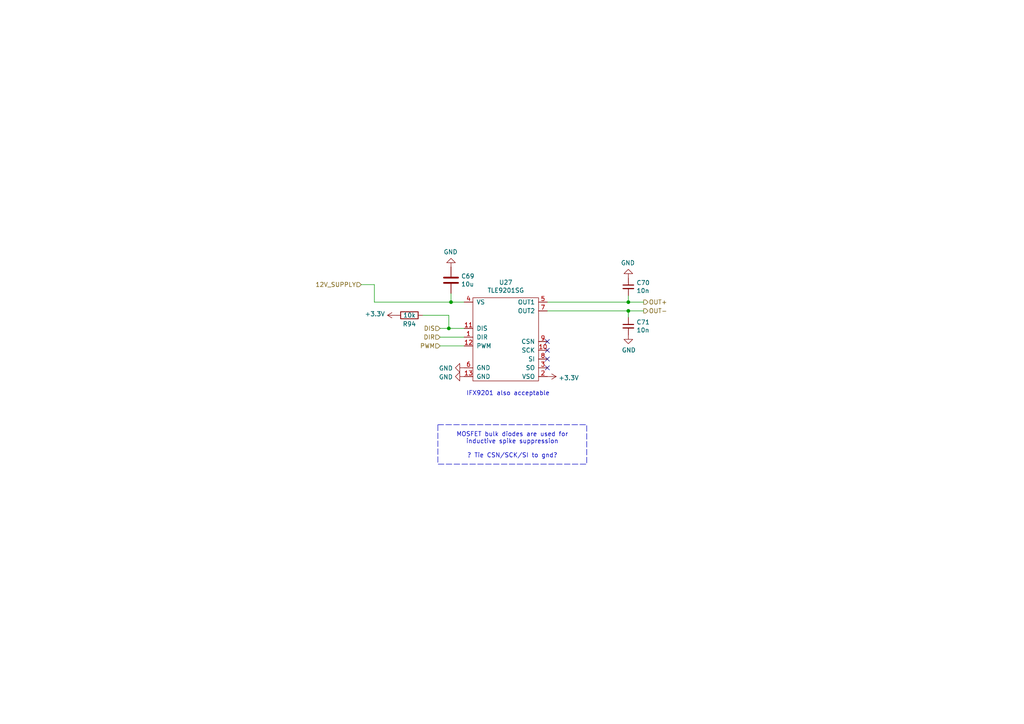
<source format=kicad_sch>
(kicad_sch (version 20250114) (generator "eeschema") (generator_version "9.0")
  (paper "A4")
  (title_block (title "rusEfi Proteus") (date "2022-04-09") (rev "v0.7") (company "rusEFI") (comment 1 "github.com/mck1117/proteus") (comment 2 "rusefi.com/s/proteus"))
  (lib_symbols
    (symbol "Device:C" (pin_numbers (hide yes)) (pin_names (offset 0.254))
      (property "Reference" "C" (at 0.635 2.54 0))
      (property "Value" "C" (at 0.635 -2.54 0))
      (symbol "C_0_1"
        (polyline (pts (xy -2.032 0.762) (xy 2.032 0.762)) (stroke (width 0.508)))
        (polyline (pts (xy -2.032 -0.762) (xy 2.032 -0.762)) (stroke (width 0.508)))
      )
      (symbol "C_1_1"
        (pin passive line (at 0 3.81 270) (length 2.794) (name "~") (number "1"))
        (pin passive line (at 0 -3.81 90) (length 2.794) (name "~") (number "2"))
      )
    )
    (symbol "Device:C_Small" (pin_numbers (hide yes)) (pin_names (offset 0.254) (hide yes))
      (property "Reference" "C" (at 0.254 1.778 0))
      (property "Value" "C_Small" (at 0.254 -2.032 0))
      (symbol "C_Small_0_1"
        (polyline (pts (xy -1.524 0.508) (xy 1.524 0.508)) (stroke (width 0.3048)))
        (polyline (pts (xy -1.524 -0.508) (xy 1.524 -0.508)) (stroke (width 0.3302)))
      )
      (symbol "C_Small_1_1"
        (pin passive line (at 0 2.54 270) (length 2.032) (name "~") (number "1"))
        (pin passive line (at 0 -2.54 90) (length 2.032) (name "~") (number "2"))
      )
    )
    (symbol "Device:R" (pin_numbers (hide yes)) (pin_names (offset 0))
      (property "Reference" "R" (at 2.032 0 90))
      (property "Value" "R" (at 0 0 90))
      (symbol "R_0_1"
        (rectangle (start -1.016 -2.54) (end 1.016 2.54) (stroke (width 0.254)))
      )
      (symbol "R_1_1"
        (pin passive line (at 0 3.81 270) (length 1.27) (name "~") (number "1"))
        (pin passive line (at 0 -3.81 90) (length 1.27) (name "~") (number "2"))
      )
    )
    (symbol "power:GND" (power) (pin_names (offset 0))
      (property "Value" "GND" (at 0 -3.81 0))
      (symbol "GND_0_1"
        (polyline (pts (xy 0 0) (xy 0 -1.27) (xy 1.27 -1.27) (xy 0 -2.54) (xy -1.27 -1.27) (xy 0 -1.27)))
      )
      (symbol "GND_1_1"
        (pin power_in line (at 0 0 270) (length 0) (hide yes) (name "GND") (number "1"))
      )
    )
    (symbol "proteus-rescue:+3.3V-power" (power) (pin_names (offset 0))
      (property "Value" "+3.3V-power" (at 0 3.556 0))
      (symbol "+3.3V-power_0_1"
        (polyline (pts (xy -0.762 1.27) (xy 0 2.54)))
        (polyline (pts (xy 0 2.54) (xy 0.762 1.27)))
        (polyline (pts (xy 0 0) (xy 0 2.54)))
      )
      (symbol "+3.3V-power_1_1"
        (pin power_in line (at 0 0 90) (length 0) (hide yes) (name "+3V3") (number "1"))
      )
    )
    (symbol "tle9201_2:TLE9201SG" (pin_names (offset 1.016))
      (property "Reference" "U" (at -8.89 -13.97 0))
      (property "Value" "TLE9201SG" (at -3.81 12.7 0))
      (symbol "TLE9201SG_0_1"
        (rectangle (start -10.16 11.43) (end 8.89 -12.7))
      )
      (symbol "TLE9201SG_1_1"
        (pin power_in line (at -12.7 10.16 0) (length 2.54) (name "VS") (number "4"))
        (pin input line (at -12.7 2.54 0) (length 2.54) (name "DIS") (number "11"))
        (pin input line (at -12.7 0 0) (length 2.54) (name "DIR") (number "1"))
        (pin input line (at -12.7 -2.54 0) (length 2.54) (name "PWM") (number "12"))
        (pin power_in line (at -12.7 -8.89 0) (length 2.54) (name "GND") (number "6"))
        (pin power_in line (at -12.7 -11.43 0) (length 2.54) (name "GND") (number "13"))
        (pin power_out line (at 11.43 10.16 180) (length 2.54) (name "OUT1") (number "5"))
        (pin power_out line (at 11.43 7.62 180) (length 2.54) (name "OUT2") (number "7"))
        (pin input line (at 11.43 -1.27 180) (length 2.54) (name "CSN") (number "9"))
        (pin input line (at 11.43 -3.81 180) (length 2.54) (name "SCK") (number "10"))
        (pin input line (at 11.43 -6.35 180) (length 2.54) (name "SI") (number "8"))
        (pin output line (at 11.43 -8.89 180) (length 2.54) (name "SO") (number "3"))
        (pin power_in line (at 11.43 -11.43 180) (length 2.54) (name "VSO") (number "2"))
      )
    )
  )
  (text "IFX9201 also acceptable" (at 135.255 114.935 0) (effects (font (size 1.27 1.27)) (justify left bottom)))
  (text_box "MOSFET bulk diodes are used for inductive spike suppression\n\n? Tie CSN/SCK/SI to gnd?" (at 127 123.19 0) (size 43.18 11.43) (margins 0.9525 0.9525 0.9525 0.9525) (stroke (width 0) (type dash)) (effects (font (size 1.27 1.27))))
  (junction (at 182.245 90.17))
  (junction (at 182.245 87.63))
  (junction (at 130.175 95.25))
  (junction (at 130.81 87.63))
  (no_connect (at 158.75 104.14))
  (no_connect (at 158.75 99.06))
  (no_connect (at 158.75 101.6))
  (no_connect (at 158.75 106.68))
  (wire (pts (xy 122.555 91.44) (xy 130.175 91.44)))
  (wire (pts (xy 127.635 97.79) (xy 134.62 97.79)))
  (wire (pts (xy 130.81 87.63) (xy 134.62 87.63)))
  (wire (pts (xy 158.75 87.63) (xy 182.245 87.63)))
  (wire (pts (xy 182.245 87.63) (xy 186.69 87.63)))
  (wire (pts (xy 104.775 82.55) (xy 108.585 82.55)))
  (wire (pts (xy 108.585 87.63) (xy 130.81 87.63)))
  (wire (pts (xy 186.69 90.17) (xy 182.245 90.17)))
  (wire (pts (xy 130.175 95.25) (xy 134.62 95.25)))
  (wire (pts (xy 182.245 92.075) (xy 182.245 90.17)))
  (wire (pts (xy 182.245 87.63) (xy 182.245 85.725)))
  (wire (pts (xy 127.635 100.33) (xy 134.62 100.33)))
  (wire (pts (xy 130.81 85.09) (xy 130.81 87.63)))
  (wire (pts (xy 130.175 91.44) (xy 130.175 95.25)))
  (wire (pts (xy 108.585 82.55) (xy 108.585 87.63)))
  (wire (pts (xy 158.75 90.17) (xy 182.245 90.17)))
  (wire (pts (xy 127.635 95.25) (xy 130.175 95.25)))
  (hierarchical_label "PWM" (shape input) (at 127.635 100.33 180))
  (hierarchical_label "OUT+" (shape output) (at 186.69 87.63 0))
  (hierarchical_label "DIS" (shape input) (at 127.635 95.25 180))
  (hierarchical_label "DIR" (shape input) (at 127.635 97.79 180))
  (hierarchical_label "OUT-" (shape output) (at 186.69 90.17 0))
  (hierarchical_label "12V_SUPPLY" (shape input) (at 104.775 82.55 180))
  (symbol (lib_id "power:GND") (at 134.62 106.68 270) (unit 1)
    (property "Reference" "#PWR0190" (effects (hide yes)))
    (property "Value" "GND" (at 131.3688 106.807 90) (effects (justify right)))
    (instances (project "proteus" (path "" (reference "#PWR0190") (unit 1))) (project "proteus" (path "" (reference "#PWR0211") (unit 1)) (path "" (reference "#PWR0335") (unit 1))))
  )
  (symbol (lib_id "tle9201_2:TLE9201SG") (at 147.32 97.79 0) (unit 1)
    (property "Reference" "U27" (at 146.685 81.915 0))
    (property "Value" "TLE9201SG" (at 146.685 84.2264 0))
    (property "Footprint" "Package_SO:Infineon_PG-DSO-12-9" (effects (hide yes)))
    (property "PN" "TLE9201SG" (effects (hide yes)))
    (property "LCSC" "C112633" (effects (hide yes)))
    (property "LCSC_ext" "1" (effects (hide yes)))
    (property "possible_not_ext" "1" (effects (hide yes)))
    (property "FT Rotation Offset" "-90" (effects (hide yes)))
    (instances (project "proteus" (path "" (reference "U27") (unit 1))) (project "proteus" (path "" (reference "U10") (unit 1)) (path "" (reference "U11") (unit 1))))
  )
  (symbol (lib_id "power:GND") (at 134.62 109.22 270) (unit 1)
    (property "Reference" "#PWR0191" (effects (hide yes)))
    (property "Value" "GND" (at 131.3688 109.347 90) (effects (justify right)))
    (instances (project "proteus" (path "" (reference "#PWR0191") (unit 1))) (project "proteus" (path "" (reference "#PWR0219") (unit 1)) (path "" (reference "#PWR0336") (unit 1))))
  )
  (symbol (lib_id "Device:C_Small") (at 182.245 83.185 0) (unit 1)
    (property "Reference" "C70" (at 184.5818 82.0166 0) (effects (justify left)))
    (property "Value" "10n" (at 184.5818 84.328 0) (effects (justify left)))
    (property "Footprint" "Capacitor_SMD:C_0603_1608Metric" (effects (hide yes)))
    (property "LCSC" "C57112" (effects (hide yes)))
    (property "LCSC_ext" "0" (effects (hide yes)))
    (instances (project "proteus" (path "" (reference "C70") (unit 1))) (project "proteus" (path "" (reference "C1202") (unit 1)) (path "" (reference "C28") (unit 1))))
  )
  (symbol (lib_id "Device:C_Small") (at 182.245 94.615 0) (unit 1)
    (property "Reference" "C71" (at 184.5818 93.4466 0) (effects (justify left)))
    (property "Value" "10n" (at 184.5818 95.758 0) (effects (justify left)))
    (property "Footprint" "Capacitor_SMD:C_0603_1608Metric" (effects (hide yes)))
    (property "LCSC" "C57112" (effects (hide yes)))
    (property "LCSC_ext" "0" (effects (hide yes)))
    (instances (project "proteus" (path "" (reference "C71") (unit 1))) (project "proteus" (path "" (reference "C1203") (unit 1)) (path "" (reference "C29") (unit 1))))
  )
  (symbol (lib_id "power:GND") (at 182.245 97.155 0) (unit 1)
    (property "Reference" "#PWR0194" (effects (hide yes)))
    (property "Value" "GND" (at 182.372 101.5492 0))
    (instances (project "proteus" (path "" (reference "#PWR0194") (unit 1))) (project "proteus" (path "" (reference "#PWR0220") (unit 1)) (path "" (reference "#PWR0337") (unit 1))))
  )
  (symbol (lib_id "power:GND") (at 182.245 80.645 180) (unit 1)
    (property "Reference" "#PWR0193" (effects (hide yes)))
    (property "Value" "GND" (at 182.118 76.2508 0))
    (instances (project "proteus" (path "" (reference "#PWR0193") (unit 1))) (project "proteus" (path "" (reference "#PWR0221") (unit 1)) (path "" (reference "#PWR0338") (unit 1))))
  )
  (symbol (lib_id "Device:C") (at 130.81 81.28 0) (unit 1)
    (property "Reference" "C69" (at 133.731 80.1116 0) (effects (justify left)))
    (property "Value" "10u" (at 133.731 82.423 0) (effects (justify left)))
    (property "Footprint" "Capacitor_SMD:C_1206_3216Metric" (effects (hide yes)))
    (property "LCSC" "C13585" (effects (hide yes)))
    (property "LCSC_ext" "0" (effects (hide yes)))
    (instances (project "proteus" (path "" (reference "C69") (unit 1))) (project "proteus" (path "" (reference "C27") (unit 1)) (path "" (reference "C1201") (unit 1))))
  )
  (symbol (lib_id "power:GND") (at 130.81 77.47 180) (unit 1)
    (property "Reference" "#PWR0189" (effects (hide yes)))
    (property "Value" "GND" (at 130.683 73.0758 0))
    (instances (project "proteus" (path "" (reference "#PWR0189") (unit 1))) (project "proteus" (path "" (reference "#PWR0222") (unit 1)) (path "" (reference "#PWR0339") (unit 1))))
  )
  (symbol (lib_id "proteus-rescue:+3.3V-power") (at 158.75 109.22 270) (unit 1)
    (property "Reference" "#PWR0192" (effects (hide yes)))
    (property "Value" "+3.3V" (at 162.0012 109.601 90) (effects (justify left)))
    (instances (project "proteus" (path "" (reference "#PWR0192") (unit 1))) (project "proteus" (path "" (reference "#PWR0340") (unit 1)) (path "" (reference "#PWR0333") (unit 1)) (path "" (reference "#PWR0340") (unit 1))))
  )
  (symbol (lib_id "Device:R") (at 118.745 91.44 270) (unit 1)
    (property "Reference" "R94" (at 118.745 93.98 90))
    (property "Value" "10k" (at 118.745 91.44 90))
    (property "Footprint" "Resistor_SMD:R_0402_1005Metric" (effects (hide yes)))
    (property "LCSC" "C25744" (effects (hide yes)))
    (property "LCSC_ext" "0" (effects (hide yes)))
    (instances (project "proteus" (path "" (reference "R94") (unit 1))) (project "proteus" (path "" (reference "R1001") (unit 1)) (path "" (reference "R48") (unit 1))))
  )
  (symbol (lib_id "proteus-rescue:+3.3V-power") (at 114.935 91.44 90) (unit 1)
    (property "Reference" "#PWR0188" (effects (hide yes)))
    (property "Value" "+3.3V" (at 111.6838 91.059 90) (effects (justify left)))
    (instances (project "proteus" (path "" (reference "#PWR0188") (unit 1))) (project "proteus" (path "" (reference "#PWR0341") (unit 1)) (path "" (reference "#PWR0334") (unit 1)) (path "" (reference "#PWR0341") (unit 1))))
  )
)
</source>
